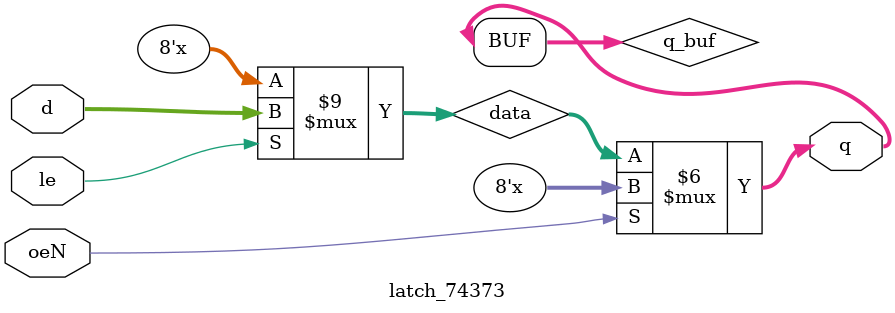
<source format=v>

module latch_74373 (
    input [7:0] d,
    output [7:0] q,
    input oeN, le);
    
reg [7:0] data;
reg [7:0] q_buf;

assign q = q_buf;

initial
begin
    data = 8'h00;
end

always @(le, d, oeN)
begin
    if(le == 1) data = d;
    if(oeN == 1'b0) begin
        q_buf = data;
    end else begin
        q_buf = 8'hZZ;
    end
end
endmodule

</source>
